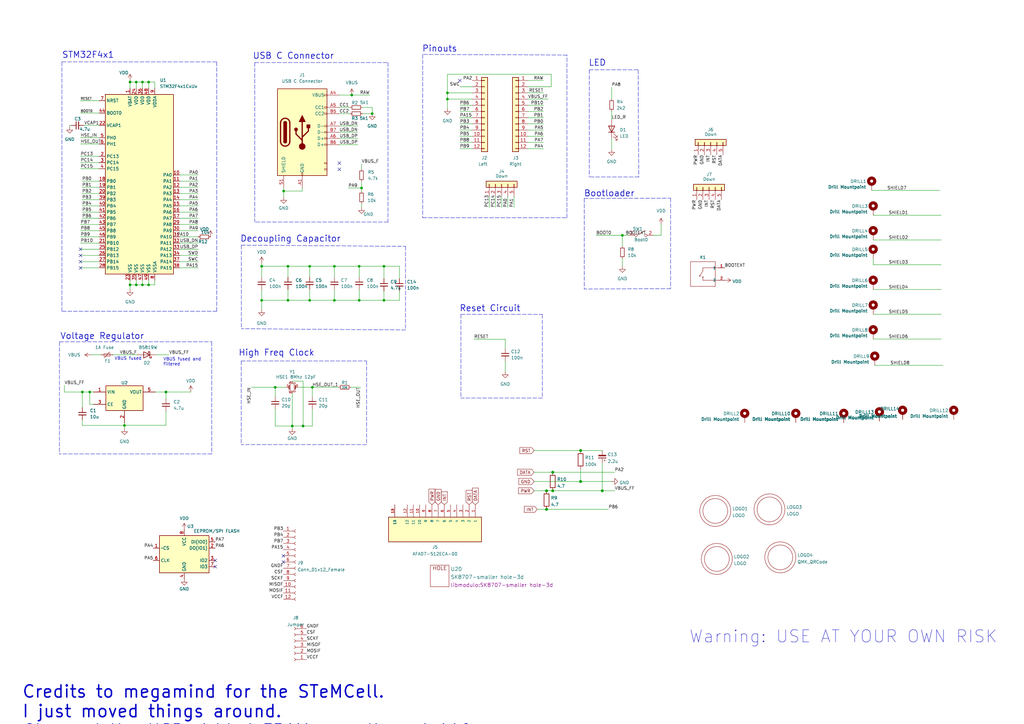
<source format=kicad_sch>
(kicad_sch (version 20211123) (generator eeschema)
  (paper "A3")
  (title_block (title "STeMCell") (date "2022-02-12") (rev "1.0.0"))
  (junction (at 226.695 201.295) (diameter 1.016))
  (junction (at 157.48 123.19))
  (junction (at 68.072 160.782))
  (junction (at 127 123.19))
  (junction (at 157.48 109.22))
  (junction (at 119.8626 174.7266))
  (junction (at 53.34 116.84))
  (junction (at 255.27 96.52))
  (junction (at 148.2852 77.1144))
  (junction (at 116.332 78.359))
  (junction (at 124.3076 174.7266))
  (junction (at 238.125 197.485) (diameter 1.016))
  (junction (at 137.16 123.19))
  (junction (at 118.11 109.22))
  (junction (at 137.16 109.22))
  (junction (at 144.272 38.989))
  (junction (at 55.88 33.655))
  (junction (at 118.11 123.19))
  (junction (at 51.054 174.498))
  (junction (at 183.515 40.64))
  (junction (at 60.96 33.655))
  (junction (at 60.96 116.84))
  (junction (at 152.654 46.609))
  (junction (at 58.42 33.655))
  (junction (at 107.315 123.19))
  (junction (at 238.125 184.785) (diameter 1.016))
  (junction (at 183.515 38.1))
  (junction (at 226.695 193.675) (diameter 1.016))
  (junction (at 128.1176 158.8516))
  (junction (at 147.32 123.19))
  (junction (at 58.42 116.84))
  (junction (at 53.34 33.655))
  (junction (at 55.88 116.84))
  (junction (at 147.32 109.22))
  (junction (at 36.83 160.782))
  (junction (at 224.155 201.295) (diameter 1.016))
  (junction (at 112.8776 158.8516))
  (junction (at 33.782 160.782))
  (junction (at 224.155 208.915) (diameter 1.016))
  (junction (at 107.315 109.22))
  (junction (at 247.015 201.295) (diameter 1.016))
  (junction (at 127 109.22))
  (no_connect (at 33.02 107.315))
  (no_connect (at 139.192 66.929))
  (no_connect (at 139.192 69.469))
  (no_connect (at 88.265 229.87))
  (no_connect (at 88.265 232.41))
  (no_connect (at 188.595 33.02))
  (no_connect (at 33.02 109.855))
  (no_connect (at 33.02 104.775))
  (no_connect (at 33.02 102.235))
  (no_connect (at 116.205 227.965))
  (no_connect (at 116.205 230.505))
  (wire (pts (xy 226.06 30.48) (xy 183.515 30.48)))
  (polyline (pts (xy 150.3426 182.3466) (xy 98.9076 182.3466)))
  (wire (pts (xy 250.8504 45.593) (xy 250.8504 49.149)))
  (wire (pts (xy 247.015 201.295) (xy 252.095 201.295)))
  (wire (pts (xy 46.4312 145.542) (xy 56.388 145.542)))
  (wire (pts (xy 137.16 118.745) (xy 137.16 123.19)))
  (polyline (pts (xy 88.9 25.4) (xy 88.9 127.635)))
  (wire (pts (xy 183.515 40.64) (xy 193.675 40.64)))
  (wire (pts (xy 216.535 40.64) (xy 224.79 40.64)))
  (wire (pts (xy 118.11 109.22) (xy 127 109.22)))
  (wire (pts (xy 116.332 77.089) (xy 116.332 78.359)))
  (wire (pts (xy 73.66 104.775) (xy 81.28 104.775)))
  (wire (pts (xy 33.655 79.375) (xy 40.64 79.375)))
  (wire (pts (xy 33.782 160.782) (xy 36.83 160.782)))
  (wire (pts (xy 68.072 160.782) (xy 68.072 163.576)))
  (wire (pts (xy 157.48 119.38) (xy 157.48 123.19)))
  (wire (pts (xy 33.02 92.075) (xy 40.64 92.075)))
  (polyline (pts (xy 88.9 127.635) (xy 25.4 127.635)))
  (wire (pts (xy 73.66 71.755) (xy 81.28 71.755)))
  (wire (pts (xy 219.075 197.485) (xy 238.125 197.485)))
  (wire (pts (xy 216.535 35.56) (xy 226.06 35.56)))
  (wire (pts (xy 147.32 118.745) (xy 147.32 123.19)))
  (wire (pts (xy 73.66 102.235) (xy 81.28 102.235)))
  (wire (pts (xy 137.16 123.19) (xy 127 123.19)))
  (wire (pts (xy 216.535 45.72) (xy 222.885 45.72)))
  (wire (pts (xy 33.02 41.275) (xy 40.64 41.275)))
  (polyline (pts (xy 189.0522 128.9558) (xy 189.0522 163.2458)))
  (wire (pts (xy 255.27 106.045) (xy 255.27 109.22)))
  (wire (pts (xy 143.9164 158.8516) (xy 147.9804 158.8516)))
  (wire (pts (xy 224.155 201.295) (xy 226.695 201.295)))
  (wire (pts (xy 122.4026 158.8516) (xy 128.1176 158.8516)))
  (wire (pts (xy 143.5862 44.069) (xy 139.192 44.069)))
  (wire (pts (xy 358.14 98.425) (xy 386.08 98.425)))
  (polyline (pts (xy 261.7216 28.6512) (xy 261.9756 72.5932)))
  (polyline (pts (xy 166.3192 101.0412) (xy 166.3192 135.3312)))
  (wire (pts (xy 58.42 33.655) (xy 58.42 36.195)))
  (wire (pts (xy 183.515 38.1) (xy 183.515 40.64)))
  (wire (pts (xy 60.96 114.935) (xy 60.96 116.84)))
  (wire (pts (xy 358.14 118.745) (xy 386.08 118.745)))
  (wire (pts (xy 247.015 189.865) (xy 247.015 201.295)))
  (wire (pts (xy 238.125 192.405) (xy 238.125 197.485)))
  (wire (pts (xy 33.655 89.535) (xy 40.64 89.535)))
  (polyline (pts (xy 104.521 25.654) (xy 159.131 25.654)))
  (wire (pts (xy 216.535 43.18) (xy 222.885 43.18)))
  (wire (pts (xy 148.2852 67.1576) (xy 148.2852 69.342)))
  (wire (pts (xy 112.8776 167.7416) (xy 112.8776 174.7266)))
  (wire (pts (xy 73.66 94.615) (xy 81.28 94.615)))
  (polyline (pts (xy 239.6236 81.3816) (xy 239.6236 118.5418)))
  (wire (pts (xy 139.192 38.989) (xy 144.272 38.989)))
  (wire (pts (xy 152.654 44.069) (xy 152.654 46.609)))
  (wire (pts (xy 124.3076 156.3116) (xy 124.3076 174.7266)))
  (wire (pts (xy 73.66 109.855) (xy 81.28 109.855)))
  (wire (pts (xy 73.66 84.455) (xy 81.28 84.455)))
  (wire (pts (xy 33.02 99.695) (xy 40.64 99.695)))
  (wire (pts (xy 183.515 38.1) (xy 193.675 38.1)))
  (wire (pts (xy 112.8776 158.8516) (xy 117.3226 158.8516)))
  (wire (pts (xy 183.515 40.64) (xy 183.515 44.45)))
  (wire (pts (xy 358.14 106.045) (xy 358.14 108.585)))
  (polyline (pts (xy 24.384 140.208) (xy 24.384 186.182)))
  (wire (pts (xy 55.88 33.655) (xy 58.42 33.655)))
  (wire (pts (xy 33.655 86.995) (xy 40.64 86.995)))
  (wire (pts (xy 63.5 116.84) (xy 60.96 116.84)))
  (wire (pts (xy 33.02 66.675) (xy 40.64 66.675)))
  (wire (pts (xy 68.072 168.656) (xy 68.072 174.4472)))
  (wire (pts (xy 148.6662 44.069) (xy 152.654 44.069)))
  (wire (pts (xy 107.315 118.745) (xy 107.315 123.19)))
  (wire (pts (xy 216.535 60.96) (xy 222.885 60.96)))
  (wire (pts (xy 73.66 107.315) (xy 81.28 107.315)))
  (wire (pts (xy 205.74 80.645) (xy 205.74 85.09)))
  (wire (pts (xy 123.952 77.089) (xy 123.952 78.359)))
  (wire (pts (xy 53.34 114.935) (xy 53.34 116.84)))
  (wire (pts (xy 53.34 33.655) (xy 55.88 33.655)))
  (wire (pts (xy 51.308 174.4472) (xy 51.054 174.498)))
  (wire (pts (xy 73.66 89.535) (xy 81.28 89.535)))
  (polyline (pts (xy 159.131 91.059) (xy 104.521 91.059)))
  (wire (pts (xy 73.66 74.295) (xy 81.28 74.295)))
  (wire (pts (xy 73.66 92.075) (xy 81.28 92.075)))
  (wire (pts (xy 53.34 33.02) (xy 53.34 33.655)))
  (wire (pts (xy 112.8776 162.6616) (xy 112.8776 158.8516)))
  (wire (pts (xy 60.96 33.655) (xy 63.5 33.655)))
  (wire (pts (xy 63.5 36.195) (xy 63.5 33.655)))
  (wire (pts (xy 357.505 78.105) (xy 385.445 78.105)))
  (wire (pts (xy 33.02 102.235) (xy 40.64 102.235)))
  (wire (pts (xy 107.315 123.19) (xy 107.315 127)))
  (wire (pts (xy 127 109.22) (xy 137.16 109.22)))
  (wire (pts (xy 216.535 48.26) (xy 222.885 48.26)))
  (wire (pts (xy 220.345 208.915) (xy 224.155 208.915)))
  (polyline (pts (xy 25.4 25.4) (xy 88.9 25.4)))
  (wire (pts (xy 112.8776 174.7266) (xy 119.8626 174.7266)))
  (wire (pts (xy 124.3076 174.7266) (xy 128.1176 174.7266)))
  (wire (pts (xy 148.2852 74.422) (xy 148.2852 77.1144)))
  (wire (pts (xy 26.416 157.988) (xy 26.416 160.782)))
  (polyline (pts (xy 222.4532 128.9558) (xy 222.4532 163.2458)))
  (wire (pts (xy 137.16 113.665) (xy 137.16 109.22)))
  (wire (pts (xy 203.2 80.645) (xy 203.2 85.09)))
  (wire (pts (xy 148.6662 46.609) (xy 152.654 46.609)))
  (wire (pts (xy 224.155 208.915) (xy 249.555 208.915)))
  (wire (pts (xy 267.97 96.52) (xy 271.145 96.52)))
  (wire (pts (xy 139.192 51.689) (xy 146.7612 51.689)))
  (wire (pts (xy 53.34 33.655) (xy 53.34 36.195)))
  (wire (pts (xy 139.192 56.769) (xy 146.7612 56.769)))
  (wire (pts (xy 142.8496 77.1144) (xy 148.2852 77.1144)))
  (wire (pts (xy 33.02 107.315) (xy 40.64 107.315)))
  (wire (pts (xy 238.125 197.485) (xy 250.825 197.485)))
  (wire (pts (xy 36.83 160.782) (xy 38.354 160.782)))
  (wire (pts (xy 358.775 149.86) (xy 386.715 149.86)))
  (wire (pts (xy 208.28 80.645) (xy 208.28 85.09)))
  (wire (pts (xy 188.595 45.72) (xy 193.675 45.72)))
  (polyline (pts (xy 173.355 22.3266) (xy 173.355 89.3318)))
  (wire (pts (xy 244.475 96.52) (xy 255.27 96.52)))
  (polyline (pts (xy 239.6236 81.3816) (xy 275.0312 81.2546)))
  (wire (pts (xy 207.2132 139.1158) (xy 207.2132 142.9258)))
  (wire (pts (xy 358.14 128.905) (xy 386.08 128.905)))
  (wire (pts (xy 183.515 30.48) (xy 183.515 38.1)))
  (wire (pts (xy 36.83 165.862) (xy 36.83 160.782)))
  (wire (pts (xy 216.535 53.34) (xy 222.885 53.34)))
  (wire (pts (xy 147.32 123.19) (xy 137.16 123.19)))
  (wire (pts (xy 40.64 69.215) (xy 33.02 69.215)))
  (wire (pts (xy 28.575 52.07) (xy 28.575 51.435)))
  (wire (pts (xy 188.595 43.18) (xy 193.675 43.18)))
  (wire (pts (xy 163.83 109.22) (xy 157.48 109.22)))
  (wire (pts (xy 139.192 59.309) (xy 146.7612 59.309)))
  (wire (pts (xy 63.754 160.782) (xy 68.072 160.782)))
  (wire (pts (xy 163.83 123.19) (xy 157.48 123.19)))
  (wire (pts (xy 216.535 33.02) (xy 222.885 33.02)))
  (wire (pts (xy 41.3512 145.542) (xy 37.338 145.542)))
  (wire (pts (xy 255.27 96.52) (xy 255.27 100.965)))
  (wire (pts (xy 33.655 84.455) (xy 40.64 84.455)))
  (wire (pts (xy 128.1176 158.8516) (xy 128.1176 162.6616)))
  (polyline (pts (xy 99.0092 100.5332) (xy 99.0092 134.8232)))
  (wire (pts (xy 33.02 109.855) (xy 40.64 109.855)))
  (wire (pts (xy 128.1176 158.8516) (xy 138.8364 158.8516)))
  (wire (pts (xy 118.11 123.19) (xy 127 123.19)))
  (wire (pts (xy 188.595 50.8) (xy 193.675 50.8)))
  (wire (pts (xy 216.535 38.1) (xy 222.885 38.1)))
  (wire (pts (xy 219.075 201.295) (xy 224.155 201.295)))
  (wire (pts (xy 119.8626 174.7266) (xy 124.3076 174.7266)))
  (wire (pts (xy 73.66 86.995) (xy 81.28 86.995)))
  (wire (pts (xy 216.535 58.42) (xy 222.885 58.42)))
  (wire (pts (xy 34.29 51.435) (xy 40.64 51.435)))
  (wire (pts (xy 119.8626 156.3116) (xy 124.3076 156.3116)))
  (wire (pts (xy 148.2852 85.09) (xy 148.2852 83.5152)))
  (wire (pts (xy 216.535 55.88) (xy 222.885 55.88)))
  (polyline (pts (xy 232.537 89.3318) (xy 232.537 22.5806)))
  (wire (pts (xy 58.42 33.655) (xy 60.96 33.655)))
  (wire (pts (xy 119.8626 175.7426) (xy 119.8626 174.7266)))
  (polyline (pts (xy 261.9756 72.5932) (xy 241.6556 72.5932)))
  (wire (pts (xy 188.595 48.26) (xy 193.675 48.26)))
  (polyline (pts (xy 99.0092 100.5332) (xy 166.3192 101.0412)))
  (wire (pts (xy 107.315 109.22) (xy 107.315 113.665)))
  (wire (pts (xy 188.595 55.88) (xy 193.675 55.88)))
  (wire (pts (xy 127 113.665) (xy 127 109.22)))
  (wire (pts (xy 68.072 160.782) (xy 78.232 160.782)))
  (wire (pts (xy 33.02 97.155) (xy 40.64 97.155)))
  (wire (pts (xy 40.64 59.055) (xy 33.02 59.055)))
  (polyline (pts (xy 241.6556 28.6512) (xy 261.7216 28.6512)))
  (polyline (pts (xy 241.6556 28.6512) (xy 241.6556 72.5932)))
  (wire (pts (xy 255.27 96.52) (xy 257.81 96.52)))
  (wire (pts (xy 64.008 145.542) (xy 69.342 145.542)))
  (polyline (pts (xy 86.868 140.208) (xy 86.868 186.182)))
  (wire (pts (xy 63.5 114.935) (xy 63.5 116.84)))
  (wire (pts (xy 68.072 174.4472) (xy 51.308 174.4472)))
  (wire (pts (xy 33.655 74.295) (xy 40.64 74.295)))
  (wire (pts (xy 358.14 88.265) (xy 386.08 88.265)))
  (wire (pts (xy 40.64 56.515) (xy 33.02 56.515)))
  (wire (pts (xy 58.42 114.935) (xy 58.42 116.84)))
  (wire (pts (xy 55.88 116.84) (xy 53.34 116.84)))
  (wire (pts (xy 60.96 116.84) (xy 58.42 116.84)))
  (wire (pts (xy 60.96 33.655) (xy 60.96 36.195)))
  (wire (pts (xy 73.66 81.915) (xy 81.28 81.915)))
  (wire (pts (xy 271.145 92.075) (xy 271.145 96.52)))
  (wire (pts (xy 127 118.745) (xy 127 123.19)))
  (wire (pts (xy 207.2132 148.0058) (xy 207.2132 152.4508)))
  (wire (pts (xy 144.272 38.989) (xy 151.638 38.989)))
  (polyline (pts (xy 150.3426 148.0566) (xy 150.3426 182.3466)))
  (wire (pts (xy 73.66 99.695) (xy 81.28 99.695)))
  (wire (pts (xy 216.535 50.8) (xy 222.885 50.8)))
  (polyline (pts (xy 98.9076 148.0566) (xy 98.9076 182.3466)))
  (wire (pts (xy 226.695 193.675) (xy 252.095 193.675)))
  (wire (pts (xy 143.5862 46.609) (xy 139.192 46.609)))
  (polyline (pts (xy 166.3192 135.3312) (xy 99.0092 134.8232)))
  (wire (pts (xy 157.48 109.22) (xy 147.32 109.22)))
  (wire (pts (xy 226.695 201.295) (xy 247.015 201.295)))
  (wire (pts (xy 118.11 109.22) (xy 107.315 109.22)))
  (polyline (pts (xy 189.0522 128.9558) (xy 222.4532 128.9558)))
  (wire (pts (xy 33.02 104.775) (xy 40.64 104.775)))
  (polyline (pts (xy 159.131 25.654) (xy 159.131 91.059)))
  (polyline (pts (xy 275.0312 81.2546) (xy 275.0312 118.4148)))
  (wire (pts (xy 118.11 113.665) (xy 118.11 109.22)))
  (wire (pts (xy 188.595 35.56) (xy 193.675 35.56)))
  (polyline (pts (xy 86.868 186.182) (xy 24.384 186.182)))
  (wire (pts (xy 38.354 165.862) (xy 36.83 165.862)))
  (wire (pts (xy 188.595 60.96) (xy 193.675 60.96)))
  (wire (pts (xy 188.595 53.34) (xy 193.675 53.34)))
  (polyline (pts (xy 232.537 22.5806) (xy 173.355 22.3266)))
  (polyline (pts (xy 98.9076 148.0566) (xy 150.3426 148.0566)))
  (wire (pts (xy 148.2852 77.1144) (xy 148.2852 78.4352)))
  (wire (pts (xy 210.82 80.645) (xy 210.82 85.09)))
  (wire (pts (xy 200.66 80.645) (xy 200.66 85.09)))
  (wire (pts (xy 250.8504 56.769) (xy 250.8504 61.214)))
  (wire (pts (xy 358.14 139.065) (xy 386.08 139.065)))
  (wire (pts (xy 147.32 109.22) (xy 147.32 113.665)))
  (wire (pts (xy 33.655 81.915) (xy 40.64 81.915)))
  (polyline (pts (xy 104.521 25.654) (xy 104.521 91.059)))
  (wire (pts (xy 219.075 193.675) (xy 226.695 193.675)))
  (wire (pts (xy 55.88 114.935) (xy 55.88 116.84)))
  (wire (pts (xy 107.315 107.95) (xy 107.315 109.22)))
  (wire (pts (xy 238.125 184.785) (xy 247.015 184.785)))
  (wire (pts (xy 33.782 160.782) (xy 33.782 167.132)))
  (wire (pts (xy 26.416 160.782) (xy 33.782 160.782)))
  (wire (pts (xy 33.782 172.212) (xy 33.782 174.498)))
  (wire (pts (xy 116.332 78.359) (xy 116.332 80.899)))
  (wire (pts (xy 73.66 79.375) (xy 81.28 79.375)))
  (wire (pts (xy 118.11 123.19) (xy 107.315 123.19)))
  (wire (pts (xy 116.332 78.359) (xy 123.952 78.359)))
  (wire (pts (xy 28.575 51.435) (xy 29.21 51.435)))
  (wire (pts (xy 226.06 35.56) (xy 226.06 30.48)))
  (polyline (pts (xy 24.384 140.208) (xy 86.868 140.208)))
  (wire (pts (xy 194.4116 139.1158) (xy 207.2132 139.1158)))
  (polyline (pts (xy 222.4532 163.2458) (xy 189.0522 163.2458)))
  (wire (pts (xy 250.8504 35.687) (xy 250.8504 40.513)))
  (wire (pts (xy 219.075 184.785) (xy 238.125 184.785)))
  (wire (pts (xy 58.42 116.84) (xy 55.88 116.84)))
  (wire (pts (xy 163.83 119.38) (xy 163.83 123.19)))
  (wire (pts (xy 55.88 36.195) (xy 55.88 33.655)))
  (wire (pts (xy 51.054 173.482) (xy 51.054 174.498)))
  (wire (pts (xy 128.1176 167.7416) (xy 128.1176 174.7266)))
  (wire (pts (xy 118.11 118.745) (xy 118.11 123.19)))
  (wire (pts (xy 73.66 76.835) (xy 81.28 76.835)))
  (wire (pts (xy 33.782 174.498) (xy 51.054 174.498)))
  (wire (pts (xy 53.34 116.84) (xy 53.34 118.745)))
  (wire (pts (xy 81.28 97.155) (xy 73.66 97.155)))
  (polyline (pts (xy 275.0312 118.4148) (xy 239.6236 118.5418)))
  (wire (pts (xy 139.192 54.229) (xy 146.7612 54.229)))
  (wire (pts (xy 188.595 58.42) (xy 193.675 58.42)))
  (wire (pts (xy 103.1494 158.8516) (xy 112.8776 158.8516)))
  (wire (pts (xy 157.48 114.3) (xy 157.48 109.22)))
  (wire (pts (xy 33.02 46.355) (xy 40.64 46.355)))
  (wire (pts (xy 33.02 94.615) (xy 40.64 94.615)))
  (wire (pts (xy 358.14 108.585) (xy 386.08 108.585)))
  (wire (pts (xy 137.16 109.22) (xy 147.32 109.22)))
  (polyline (pts (xy 173.355 89.3318) (xy 232.537 89.3318)))
  (polyline (pts (xy 25.4 25.4) (xy 25.4 127.635)))
  (wire (pts (xy 157.48 123.19) (xy 147.32 123.19)))
  (wire (pts (xy 51.054 174.498) (xy 51.054 175.768)))
  (wire (pts (xy 163.83 114.3) (xy 163.83 109.22)))
  (wire (pts (xy 119.8626 161.3916) (xy 119.8626 174.7266)))
  (wire (pts (xy 33.655 76.835) (xy 40.64 76.835)))
  (wire (pts (xy 33.02 64.135) (xy 40.64 64.135)))
  (text "Decoupling Capacitor\n" (at 98.5012 99.5172 0) (effects (font (size 2.54 2.54) (thickness 0.254) bold) (justify left bottom)))
  (text "STM32F4x1" (at 25.4 24.13 0) (effects (font (size 2.54 2.54) (thickness 0.254) bold) (justify left bottom)))
  (text "Reset Circuit" (at 188.4172 128.0668 0) (effects (font (size 2.54 2.54) (thickness 0.254) bold) (justify left bottom)))
  (text "VBUS fused" (at 46.9392 147.8788 0) (effects (font (size 1.27 1.27)) (justify left bottom)))
  (text "Credits to megamind for the STeMCell.\nI just moved things around.\nChanged the USB. Added FRAM, a pullup at A10,\nchanged the crystal to 25mhz,  FFC connectors, \ntrackpoint reset circuit, TS24CA side reset,\nand silks." (at 8.89 327.025 0) (effects (font (size 5 5) (thickness 0.6) bold) (justify left bottom)))
  (text "Voltage Regulator\n" (at 24.638 139.446 0) (effects (font (size 2.54 2.54) (thickness 0.254) bold) (justify left bottom)))
  (text "LED\n\n" (at 241.4016 31.4452 0) (effects (font (size 2.54 2.54) (thickness 0.254) bold) (justify left bottom)))
  (text "Warning: USE AT YOUR OWN RISK" (at 282.575 264.16 0) (effects (font (size 5 5)) (justify left bottom)))
  (text "High Freq Clock\n" (at 97.7646 146.2786 0) (effects (font (size 2.54 2.54) (thickness 0.254) bold) (justify left bottom)))
  (text "Bootloader" (at 239.4712 80.9244 0) (effects (font (size 2.54 2.54) (thickness 0.254) bold) (justify left bottom)))
  (text "USB C Connector" (at 103.632 24.511 0) (effects (font (size 2.54 2.54) (thickness 0.254) bold) (justify left bottom)))
  (text "VBUS fused and\nfiltered" (at 66.9544 150.2156 0) (effects (font (size 1.27 1.27)) (justify left bottom)))
  (text "Pinouts\n" (at 173.101 21.5646 0) (effects (font (size 2.54 2.54) (thickness 0.254) bold) (justify left bottom)))
  (label "PB7" (at 188.595 45.72 0))
  (label "HSE_IN" (at 33.02 56.515 0))
  (label "PB1" (at 222.885 48.26 180))
  (label "GND" (at 288.29 81.915 270))
  (label "LED_R" (at 250.8504 49.1236 0))
  (label "PWR" (at 285.75 81.915 270))
  (label "PB2" (at 222.885 45.72 180))
  (label "PA4" (at 81.28 81.915 180))
  (label "RST" (at 293.37 81.915 270))
  (label "PA5" (at 81.28 84.455 180))
  (label "USB_DN" (at 81.28 99.695 180))
  (label "PB10" (at 33.02 99.695 0))
  (label "PA0" (at 208.28 85.09 90))
  (label "PA9" (at 142.8496 77.1144 0))
  (label "PC14" (at 33.02 66.675 0))
  (label "MISOF" (at 125.73 265.43 0))
  (label "DATA" (at 295.91 81.915 270))
  (label "PC13" (at 200.66 85.09 90))
  (label "SCKF" (at 125.73 262.89 0))
  (label "PC14" (at 203.2 85.09 90))
  (label "PB0" (at 222.885 50.8 180))
  (label "HSE_OUT" (at 33.02 59.055 0))
  (label "VBUS_FF" (at 252.095 201.295 0))
  (label "PA0" (at 81.28 71.755 180))
  (label "PA8" (at 250.8504 35.687 0))
  (label "HSE_OUT" (at 147.9804 158.8516 270))
  (label "PA3" (at 81.28 79.375 180))
  (label "BOOTEXT" (at 297.18 109.855 0))
  (label "VBUS_FF" (at 69.342 145.542 0))
  (label "GNDF" (at 125.73 257.81 0))
  (label "USB_DP" (at 81.28 102.235 180))
  (label "USB_DP" (at 146.7612 56.769 180))
  (label "PB1" (at 33.655 76.835 0))
  (label "PB3" (at 188.595 50.8 0))
  (label "PA15" (at 188.595 48.26 0))
  (label "VCCF" (at 125.73 270.51 0))
  (label "GNDF" (at 116.205 233.045 180))
  (label "CSF" (at 116.205 235.585 180))
  (label "PA2" (at 252.095 193.675 0))
  (label "BOOTEXT" (at 256.54 96.52 0))
  (label "RAW" (at 151.638 38.989 180))
  (label "PB8" (at 188.595 58.42 0))
  (label "INT" (at 291.465 63.5 270))
  (label "RESET" (at 33.02 41.275 0) (effects (font (size 1 1))))
  (label "PA15" (at 116.205 225.425 180))
  (label "VCAP1" (at 40.64 51.435 180))
  (label "SWD" (at 81.28 104.775 180))
  (label "SHIELD6" (at 364.49 139.065 0))
  (label "PA6" (at 88.265 224.79 0))
  (label "RST" (at 294.005 63.5 270))
  (label "VCCF" (at 116.205 245.745 180))
  (label "MISOF" (at 116.205 240.665 180))
  (label "PB4" (at 33.655 84.455 0))
  (label "MOSIF" (at 125.73 267.97 0))
  (label "PB6" (at 33.655 89.535 0))
  (label "BOOT0" (at 244.475 96.52 0))
  (label "PA2" (at 193.675 33.02 180))
  (label "SHIELD8" (at 365.125 149.86 0))
  (label "CSF" (at 125.73 260.35 0))
  (label "PB8" (at 33.02 94.615 0))
  (label "PB5" (at 33.655 86.995 0))
  (label "PWR" (at 286.385 63.5 270))
  (label "PA9" (at 81.28 94.615 180))
  (label "INT" (at 290.83 81.915 270))
  (label "RESET" (at 222.885 38.1 180))
  (label "VBUS_F" (at 148.2852 67.1576 0))
  (label "PC15" (at 205.74 85.09 90))
  (label "PA5" (at 62.865 229.87 180))
  (label "PB7" (at 116.205 222.885 180))
  (label "SHIELD5" (at 364.49 128.905 0))
  (label "PA2" (at 81.28 76.835 180))
  (label "PA1" (at 210.82 85.09 90))
  (label "PB4" (at 188.595 53.34 0))
  (label "PA8" (at 81.28 92.075 180))
  (label "SHIELD2" (at 364.49 98.425 0))
  (label "PA10" (at 77.47 97.155 180))
  (label "VBUS_FF" (at 26.416 157.988 0))
  (label "SHIELD4" (at 364.49 118.745 0))
  (label "HSE_OUT_1" (at 128.1176 158.8516 0))
  (label "PB3" (at 33.655 81.915 0))
  (label "BOOT0" (at 33.02 46.355 0) (effects (font (size 1 1))))
  (label "PB4" (at 116.205 220.345 180))
  (label "PA6" (at 222.885 55.88 180))
  (label "PC13" (at 33.02 64.135 0))
  (label "PB7" (at 33.02 92.075 0))
  (label "PB2" (at 33.655 79.375 0))
  (label "PB10" (at 222.885 43.18 180))
  (label "PB6" (at 249.555 208.915 0))
  (label "PB3" (at 116.205 217.805 180))
  (label "USB_DN" (at 146.7612 54.229 180))
  (label "MOSIF" (at 116.205 243.205 180))
  (label "RAW" (at 222.885 33.02 180))
  (label "PB6" (at 188.595 43.18 0))
  (label "VBUS_F" (at 49.0728 145.542 0))
  (label "CC2" (at 139.192 46.609 0))
  (label "PA4" (at 222.885 60.96 180))
  (label "CC1" (at 139.192 44.069 0))
  (label "PA6" (at 81.28 86.995 180))
  (label "HSE_IN" (at 103.1494 158.8516 270))
  (label "SHIELD1" (at 364.49 88.265 0))
  (label "PB9" (at 188.595 60.96 0))
  (label "USB_DP" (at 146.7612 59.309 180))
  (label "PA7" (at 81.28 89.535 180))
  (label "PA4" (at 62.865 224.79 180))
  (label "USB_DN" (at 146.7612 51.689 180))
  (label "PA7" (at 88.265 222.25 0))
  (label "PC15" (at 33.02 69.215 0))
  (label "SWC" (at 188.595 35.56 180))
  (label "VBUS_FF" (at 224.79 40.64 180))
  (label "GND" (at 288.925 63.5 270))
  (label "PA7" (at 222.885 58.42 180))
  (label "SHIELD7" (at 363.855 78.105 0))
  (label "SCKF" (at 116.205 238.125 180))
  (label "PB5" (at 188.595 55.88 0))
  (label "PA1" (at 81.28 74.295 180))
  (label "PB9" (at 33.02 97.155 0))
  (label "SWC" (at 81.28 107.315 180))
  (label "DATA" (at 296.545 63.5 270))
  (label "PB0" (at 33.655 74.295 0))
  (label "RESET" (at 194.4116 139.1158 0))
  (label "PA5" (at 222.885 53.34 180))
  (label "SHIELD3" (at 364.49 108.585 0))
  (label "PA15" (at 81.28 109.855 180))
  (global_label "RST" (shape input) (at 192.405 207.01 90) (property "Intersheet References" "${INTERSHEET_REFS}" (effects hide)))
  (global_label "INT" (shape input) (at 220.345 208.915 180) (property "Intersheet References" "${INTERSHEET_REFS}" (effects hide)))
  (global_label "INT" (shape input) (at 182.245 207.01 90) (property "Intersheet References" "${INTERSHEET_REFS}" (effects hide)))
  (global_label "DATA" (shape input) (at 219.075 193.675 180) (property "Intersheet References" "${INTERSHEET_REFS}" (effects hide)))
  (global_label "PWR" (shape input) (at 219.075 201.295 180) (property "Intersheet References" "${INTERSHEET_REFS}" (effects hide)))
  (global_label "PWR" (shape input) (at 177.165 207.01 90) (property "Intersheet References" "${INTERSHEET_REFS}" (effects hide)))
  (global_label "GND" (shape input) (at 179.705 207.01 90) (property "Intersheet References" "${INTERSHEET_REFS}" (effects hide)))
  (global_label "GND" (shape input) (at 219.075 197.485 180) (property "Intersheet References" "${INTERSHEET_REFS}" (effects hide)))
  (global_label "DATA" (shape input) (at 194.945 207.01 90) (property "Intersheet References" "${INTERSHEET_REFS}" (effects hide)))
  (global_label "RST" (shape input) (at 219.075 184.785 180) (property "Intersheet References" "${INTERSHEET_REFS}" (effects hide)))
  (symbol (lib_id "power:GND") (at 116.332 80.899 0) (unit 1)
    (property "Reference" "#PWR0110" (effects hide))
    (property "Value" "GND" (at 116.332 85.344 0))
  )
  (symbol (lib_id "Device:C_Small") (at 68.072 166.116 0) (unit 1)
    (property "Reference" "C2" (at 71.12 164.8522 0) (effects (justify left)))
    (property "Value" "4.7u" (at 71.12 167.3922 0) (effects (justify left)))
    (property "Footprint" "Capacitor_SMD:C_0402_1005Metric" (effects hide))
    (property "LCSC" "C23733" (effects hide))
  )
  (symbol (lib_id "Device:C_Small") (at 128.1176 165.2016 0) (unit 1)
    (property "Reference" "C11" (at 130.6576 163.9316 0) (effects (justify left)))
    (property "Value" "20p" (at 130.6576 166.4716 0) (effects (justify left)))
    (property "Footprint" "Capacitor_SMD:C_0402_1005Metric" (effects hide))
    (property "LCSC" "C1554" (effects hide))
  )
  (symbol (lib_id "Device:R_Small") (at 255.27 103.505 0) (unit 1)
    (property "Reference" "R8" (at 257.4036 102.2349 0) (effects (justify left)))
    (property "Value" "10k" (at 257.4036 104.7749 0) (effects (justify left)))
    (property "Footprint" "Resistor_SMD:R_0402_1005Metric" (effects hide))
    (property "LCSC" "C25744" (effects hide))
  )
  (symbol (lib_id "power:GND") (at 207.2132 152.4508 0) (unit 1)
    (property "Reference" "#PWR0117" (effects hide))
    (property "Value" "GND" (at 207.2132 157.5308 0))
  )
  (symbol (lib_id "Device:C_Small") (at 163.83 116.84 0) (unit 1)
    (property "Reference" "C14" (at 166.878 115.5762 0) (effects (justify left)))
    (property "Value" "100n" (at 166.878 118.1162 0) (effects (justify left)))
    (property "Footprint" "Capacitor_SMD:C_0402_1005Metric" (effects hide))
    (property "LCSC" "C1525" (effects hide))
  )
  (symbol (lib_id "power:GND") (at 119.8626 175.7426 0) (unit 1)
    (property "Reference" "#PWR0104" (effects hide))
    (property "Value" "GND" (at 119.8626 179.8066 0))
  )
  (symbol (lib_id "power:GND") (at 250.8504 61.214 0) (unit 1)
    (property "Reference" "#PWR0113" (effects hide))
    (property "Value" "GND" (at 250.8504 66.294 0))
  )
  (symbol (lib_id "Mechanical:MountingHole_Pad") (at 358.14 136.525 0) (mirror y) (unit 1)
    (property "Reference" "DRILL8" (at 355.981 135.3566 0) (effects (justify left)))
    (property "Value" "Drill Mountpoint" (at 355.981 137.668 0) (effects (font bold) (justify left)))
    (property "Footprint" "DjinnFootprints:MountingHole_3.2mm_M3_Pad_Via" (effects hide))
  )
  (symbol (lib_id "power:VDD") (at 107.315 107.95 0) (unit 1)
    (property "Reference" "#PWR0108" (effects hide))
    (property "Value" "VDD" (at 107.315 103.378 0))
  )
  (symbol (lib_id "Mechanical:MountingHole_Pad") (at 360.68 170.18 0) (mirror y) (unit 1)
    (property "Reference" "DRILL13" (at 358.521 169.0116 0) (effects (justify left)))
    (property "Value" "Drill Mountpoint" (at 358.521 171.323 0) (effects (font bold) (justify left)))
    (property "Footprint" "DjinnFootprints:MountingHole_3.2mm_M3_Pad_Via" (effects hide))
  )
  (symbol (lib_id "Device:C_Small") (at 207.2132 145.4658 0) (unit 1)
    (property "Reference" "C12" (at 209.55 144.202 0) (effects (justify left)))
    (property "Value" "100n" (at 209.55 146.742 0) (effects (justify left)))
    (property "Footprint" "Capacitor_SMD:C_0402_1005Metric" (effects hide))
    (property "LCSC" "C1525" (effects hide))
  )
  (symbol (lib_id "Device:R") (at 238.125 188.595 0) (unit 1)
    (property "Reference" "R11" (at 239.9031 187.6865 0) (effects (justify left)))
    (property "Value" "100k" (at 239.9031 190.4616 0) (effects (justify left)))
    (property "Footprint" "Resistor_SMD:R_0805_2012Metric_Pad1.20x1.40mm_HandSolder" (effects hide))
    (property "LCSC" "C478884" (effects hide))
  )
  (symbol (lib_id "power:VDD") (at 75.565 217.17 0) (unit 1)
    (property "Reference" "#PWR0121" (effects hide))
    (property "Value" "VDD" (at 75.565 212.598 0))
  )
  (symbol (lib_id "Connector_Generic:Conn_01x05") (at 290.83 76.835 90) (unit 1)
    (property "Reference" "J7" (at 290.8554 71.5772 90))
    (property "Value" "Down" (at 290.8554 73.4822 90))
    (property "Footprint" "stemcell:Pins5" (effects hide))
  )
  (symbol (lib_id "Mechanical:MountingHole_Pad") (at 305.435 170.815 0) (mirror y) (unit 1)
    (property "Reference" "DRILL2" (at 303.276 169.6466 0) (effects (justify left)))
    (property "Value" "Drill Mountpoint" (at 303.276 171.958 0) (effects (font bold) (justify left)))
    (property "Footprint" "MountingHole:MountingHole_2.2mm_M2_Pad_Via" (effects hide))
  )
  (symbol (lib_id "Device:Crystal_GND24_Small") (at 119.8626 158.8516 0) (unit 1)
    (property "Reference" "Y1" (at 119.9642 152.4762 0))
    (property "Value" "HSE1 8Mhz 12pF" (at 121.3866 154.6098 0))
    (property "Footprint" "Crystal:Crystal_SMD_3225-4Pin_3.2x2.5mm" (effects hide))
    (property "LCSC" "C2682775" (effects hide))
  )
  (symbol (lib_id "Connector_Generic:Conn_01x12") (at 198.755 45.72 0) (unit 1)
    (property "Reference" "J2" (at 197.485 64.77 0) (effects (justify left)))
    (property "Value" "Left" (at 196.215 67.31 0) (effects (justify left)))
    (property "Footprint" "stemcell:Pins12" (effects hide))
  )
  (symbol (lib_id "Mechanical:MountingHole_Pad") (at 370.205 169.545 0) (mirror y) (unit 1)
    (property "Reference" "DRILL14" (at 368.935 167.64 0) (effects (justify left)))
    (property "Value" "Drill Mountpoint" (at 368.046 170.688 0) (effects (font bold) (justify left)))
    (property "Footprint" "DjinnFootprints:MountingHole_3.2mm_M3_Pad_Via" (effects hide))
  )
  (symbol (lib_id "Device:C_Small") (at 127 116.205 0) (unit 1)
    (property "Reference" "C5" (at 129.3368 114.9412 0) (effects (justify left)))
    (property "Value" "100n" (at 129.3368 117.4812 0) (effects (justify left)))
    (property "Footprint" "Capacitor_SMD:C_0402_1005Metric" (effects hide))
    (property "LCSC" "C1525" (effects hide))
  )
  (symbol (lib_id "power:GND") (at 107.315 127 0) (unit 1)
    (property "Reference" "#PWR0109" (effects hide))
    (property "Value" "GND" (at 107.315 132.588 0))
  )
  (symbol (lib_id "Connector_Generic:Conn_01x05") (at 205.74 75.565 90) (unit 1)
    (property "Reference" "J4" (at 205.7654 70.3072 90))
    (property "Value" "Down" (at 205.7654 72.2122 90))
    (property "Footprint" "stemcell:Pins5" (effects hide))
  )
  (symbol (lib_id "Device:C_Small") (at 147.32 116.205 0) (unit 1)
    (property "Reference" "C8" (at 150.368 114.9412 0) (effects (justify left)))
    (property "Value" "100n" (at 150.368 117.4812 0) (effects (justify left)))
    (property "Footprint" "Capacitor_SMD:C_0402_1005Metric" (effects hide))
    (property "LCSC" "C1525" (effects hide))
  )
  (symbol (lib_id "Device:Polyfuse_Small") (at 43.8912 145.542 90) (unit 1)
    (property "Reference" "F1" (at 44.1452 148.082 90))
    (property "Value" "1A Fuse" (at 42.8752 142.494 90))
    (property "Footprint" "Fuse:Fuse_0805_2012Metric" (effects hide))
    (property "LCSC" "C135329" (effects hide))
  )
  (symbol (lib_id "Device:R_Small") (at 141.3764 158.8516 90) (unit 1)
    (property "Reference" "R1" (at 141.3764 156.9466 90))
    (property "Value" "220" (at 141.3764 158.9786 90) (effects (font (size 0.75 0.75))))
    (property "Footprint" "Resistor_SMD:R_0402_1005Metric" (effects hide))
    (property "LCSC" "C25091" (effects hide))
  )
  (symbol (lib_id "Device:C_Small") (at 118.11 116.205 0) (unit 1)
    (property "Reference" "C6" (at 121.158 114.9412 0) (effects (justify left)))
    (property "Value" "100n" (at 121.158 117.4812 0) (effects (justify left)))
    (property "Footprint" "Capacitor_SMD:C_0402_1005Metric" (effects hide))
    (property "LCSC" "C1525" (effects hide))
  )
  (symbol (lib_id "Mechanical:MountingHole_Pad") (at 358.14 103.505 0) (mirror y) (unit 1)
    (property "Reference" "DRILL5" (at 355.981 102.3366 0) (effects (justify left)))
    (property "Value" "Drill Mountpoint" (at 355.981 104.648 0) (effects (font bold) (justify left)))
    (property "Footprint" "DjinnFootprints:MountingHole_3.2mm_M3_Pad_Via" (effects hide))
  )
  (symbol (lib_id "Device:R_Small") (at 146.1262 46.609 90) (unit 1)
    (property "Reference" "R3" (at 145.4912 48.514 90))
    (property "Value" "5k1" (at 149.3012 48.514 90))
    (property "Footprint" "Resistor_SMD:R_0402_1005Metric" (effects hide))
    (property "LCSC" "C25905" (effects hide))
  )
  (symbol (lib_id "power:VDD") (at 297.18 114.935 270) (unit 1)
    (property "Reference" "#PWR0115" (effects hide))
    (property "Value" "VDD" (at 300.355 115.414 90) (effects (justify left)))
  )
  (symbol (lib_id "Device:C_Small") (at 112.8776 165.2016 0) (unit 1)
    (property "Reference" "C10" (at 115.4176 163.9316 0) (effects (justify left)))
    (property "Value" "20p" (at 115.4176 166.4716 0) (effects (justify left)))
    (property "Footprint" "Capacitor_SMD:C_0402_1005Metric" (effects hide))
    (property "LCSC" "C1554" (effects hide))
  )
  (symbol (lib_id "Mechanical:MountingHole_Pad") (at 326.39 170.815 0) (mirror y) (unit 1)
    (property "Reference" "DRILL10" (at 324.231 169.6466 0) (effects (justify left)))
    (property "Value" "Drill Mountpoint" (at 324.231 171.958 0) (effects (font bold) (justify left)))
    (property "Footprint" "MountingHole:MountingHole_2.2mm_M2_Pad_Via" (effects hide))
  )
  (symbol (lib_id "power:GND") (at 152.654 46.609 0) (unit 1)
    (property "Reference" "#PWR0111" (effects hide))
    (property "Value" "GND" (at 152.654 51.689 0))
  )
  (symbol (lib_id "power:VDD") (at 53.34 33.02 0) (unit 1)
    (property "Reference" "#PWR0102" (effects hide))
    (property "Value" "VDD" (at 50.8 29.845 0))
  )
  (symbol (lib_id "Device:C_Small") (at 33.782 169.672 0) (unit 1)
    (property "Reference" "C1" (at 36.83 168.4082 0) (effects (justify left)))
    (property "Value" "10u" (at 36.83 170.9482 0) (effects (justify left)))
    (property "Footprint" "Capacitor_SMD:C_0402_1005Metric" (effects hide))
    (property "LCSC" "C15525" (effects hide))
  )
  (symbol (lib_id "Device:C_Small") (at 137.16 116.205 0) (unit 1)
    (property "Reference" "C7" (at 139.7508 114.9412 0) (effects (justify left)))
    (property "Value" "100n" (at 139.7508 117.4812 0) (effects (justify left)))
    (property "Footprint" "Capacitor_SMD:C_0402_1005Metric" (effects hide))
    (property "LCSC" "C1525" (effects hide))
  )
  (symbol (lib_id "Device:C_Polarized_Small") (at 247.015 187.325 180) (unit 1)
    (property "Reference" "C13" (at 249.1741 186.4165 0) (effects (justify right)))
    (property "Value" "2.2u" (at 249.1741 189.1916 0) (effects (justify right)))
    (property "Footprint" "Capacitor_SMD:C_0805_2012Metric_Pad1.18x1.45mm_HandSolder" (effects hide))
    (property "LCSC" "C49217" (effects hide))
  )
  (symbol (lib_id "power:VDD") (at 86.36 97.155 0) (unit 1)
    (property "Reference" "#PWR0119" (effects hide))
    (property "Value" "VDD" (at 83.82 93.98 0))
  )
  (symbol (lib_id "Device:C_Small") (at 157.48 116.84 0) (unit 1)
    (property "Reference" "C9" (at 160.0708 115.5762 0) (effects (justify left)))
    (property "Value" "4.7u" (at 160.0708 118.1162 0) (effects (justify left)))
    (property "Footprint" "Capacitor_SMD:C_0402_1005Metric" (effects hide))
    (property "LCSC" "C23733" (effects hide))
  )
  (symbol (lib_id "horizon-components:Logo") (at 320.04 228.6 0) (unit 1)
    (property "Reference" "LOGO4" (at 327.025 227.6915 0) (effects (justify left)))
    (property "Value" "QMK_QRCode" (at 327.025 230.4666 0) (effects (justify left)))
    (property "Footprint" "DjinnFootprints:QMK_QRCode" (effects hide))
  )
  (symbol (lib_id "MCU_ST_STM32F4:STM32F411CCUx") (at 58.42 74.295 0) (unit 1)
    (property "Reference" "U1" (at 65.5194 32.893 0) (effects (justify left)))
    (property "Value" "STM32F4x1CxUx" (at 65.5194 35.433 0) (effects (justify left)))
    (property "Footprint" "Package_DFN_QFN:QFN-48-1EP_7x7mm_P0.5mm_EP5.6x5.6mm" (effects hide))
    (property "Datasheet" "http://www.st.com/st-web-ui/static/active/en/resource/technical/document/datasheet/DM00115249.pdf" (effects hide))
    (property "LCSC" "C60420" (effects hide))
  )
  (symbol (lib_id "Mechanical:MountingHole_Pad") (at 358.14 95.885 0) (mirror y) (unit 1)
    (property "Reference" "DRILL4" (at 355.981 94.7166 0) (effects (justify left)))
    (property "Value" "Drill Mountpoint" (at 355.981 97.028 0) (effects (font bold) (justify left)))
    (property "Footprint" "DjinnFootprints:MountingHole_3.2mm_M3_Pad_Via" (effects hide))
  )
  (symbol (lib_id "Mechanical:MountingHole_Pad") (at 346.075 170.815 0) (mirror y) (unit 1)
    (property "Reference" "DRILL11" (at 343.916 169.6466 0) (effects (justify left)))
    (property "Value" "Drill Mountpoint" (at 343.916 171.958 0) (effects (font bold) (justify left)))
    (property "Footprint" "DjinnFootprints:MountingHole_3.2mm_M3_Pad_Via" (effects hide))
  )
  (symbol (lib_id "Device:R_Small") (at 148.2852 80.9752 0) (unit 1)
    (property "Reference" "R6" (at 150.6728 79.7051 0) (effects (justify left)))
    (property "Value" "10k" (at 150.6728 82.2451 0) (effects (justify left)))
    (property "Footprint" "Resistor_SMD:R_0402_1005Metric" (effects hide))
    (property "LCSC" "C25744" (effects hide))
  )
  (symbol (lib_id "power:VBUS") (at 37.338 145.542 90) (unit 1)
    (property "Reference" "#PWR0107" (effects hide))
    (property "Value" "VBUS" (at 33.02 145.5419 90) (effects (justify left)))
  )
  (symbol (lib_id "Device:C_Small") (at 107.315 116.205 0) (unit 1)
    (property "Reference" "C4" (at 110.363 114.9412 0) (effects (justify left)))
    (property "Value" "100n" (at 110.363 117.4812 0) (effects (justify left)))
    (property "Footprint" "Capacitor_SMD:C_0402_1005Metric" (effects hide))
    (property "LCSC" "C1525" (effects hide))
  )
  (symbol (lib_id "power:GND") (at 75.565 237.49 0) (unit 1)
    (property "Reference" "#PWR0122" (effects hide))
    (property "Value" "GND" (at 75.565 241.554 0))
  )
  (symbol (lib_id "Mechanical:MountingHole_Pad") (at 358.775 147.32 0) (mirror y) (unit 1)
    (property "Reference" "DRILL9" (at 356.616 146.1516 0) (effects (justify left)))
    (property "Value" "Drill Mountpoint" (at 356.616 148.463 0) (effects (font bold) (justify left)))
    (property "Footprint" "DjinnFootprints:MountingHole_3.2mm_M3_Pad_Via" (effects hide))
  )
  (symbol (lib_id "Regulator_Linear:XC6220B331MR") (at 51.054 163.322 0) (unit 1)
    (property "Reference" "U2" (at 51.054 157.0505 0))
    (property "Value" "Hole" (effects hide))
    (property "Footprint" "Package_TO_SOT_SMD:SOT-23-5" (effects hide))
    (property "Datasheet" "https://www.torexsemi.com/file/xc6220/XC6220.pdf" (effects hide))
    (property "LCSC" "C86534" (effects hide))
  )
  (symbol (lib_id "power:GND") (at 148.2852 85.09 0) (unit 1)
    (property "Reference" "#PWR02" (effects hide))
    (property "Value" "GND" (at 151.0792 87.884 0))
  )
  (symbol (lib_id "power:GND") (at 53.34 118.745 0) (unit 1)
    (property "Reference" "#PWR0103" (effects hide))
    (property "Value" "GND" (at 53.34 123.825 0))
  )
  (symbol (lib_id "Mechanical:MountingHole_Pad") (at 358.14 126.365 0) (mirror y) (unit 1)
    (property "Reference" "DRILL7" (at 355.981 125.1966 0) (effects (justify left)))
    (property "Value" "Drill Mountpoint" (at 355.981 127.508 0) (effects (font bold) (justify left)))
    (property "Footprint" "DjinnFootprints:MountingHole_3.2mm_M3_Pad_Via" (effects hide))
  )
  (symbol (lib_id "Diode:1N5819") (at 60.198 145.542 180) (unit 1)
    (property "Reference" "D2" (at 60.198 148.844 0))
    (property "Value" "B5819W" (at 60.706 142.494 0))
    (property "Footprint" "Diode_SMD:D_SOD-123" (effects hide))
    (property "Datasheet" "http://www.vishay.com/docs/88525/1n5817.pdf" (effects hide))
    (property "LCSC" "C8598" (effects hide))
  )
  (symbol (lib_id "Device:R") (at 224.155 205.105 0) (unit 1)
    (property "Reference" "R9" (at 225.9331 204.1965 0) (effects (justify left)))
    (property "Value" "4.7" (at 225.9331 206.9716 0) (effects (justify left)))
    (property "Footprint" "Resistor_SMD:R_0805_2012Metric_Pad1.20x1.40mm_HandSolder" (effects hide))
  )
  (symbol (lib_id "power:GND") (at 250.825 197.485 90) (unit 1)
    (property "Reference" "#PWR01" (effects hide))
    (property "Value" "GND" (at 254.0001 197.964 90) (effects (justify right)))
  )
  (symbol (lib_id "Connector:Conn_01x12_Female") (at 121.285 230.505 0) (unit 1)
    (property "Reference" "J9" (at 121.9962 230.8665 0) (effects (justify left)))
    (property "Value" "Conn_01x12_Female" (at 121.9962 233.6416 0) (effects (justify left)))
    (property "Footprint" "prettylib:FPC-SMD_FPC05012-09200-.5mm-rev" (effects hide))
    (property "LCSC" "C479750" (effects hide))
  )
  (symbol (lib_id "power:VDD") (at 78.232 160.782 0) (unit 1)
    (property "Reference" "#PWR0106" (effects hide))
    (property "Value" "VDD" (at 78.232 156.21 0))
  )
  (symbol (lib_id "Mechanical:MountingHole_Pad") (at 357.505 75.565 0) (mirror y) (unit 1)
    (property "Reference" "DRILL1" (at 355.346 74.3966 0) (effects (justify left)))
    (property "Value" "Drill Mountpoint" (at 355.346 76.708 0) (effects (font bold) (justify left)))
    (property "Footprint" "DjinnFootprints:MountingHole_3.2mm_M3_Pad_Via" (effects hide))
  )
  (symbol (lib_id "Connector_Generic:Conn_01x12") (at 211.455 45.72 0) (mirror y) (unit 1)
    (property "Reference" "J3" (at 212.725 64.77 0) (effects (justify left)))
    (property "Value" "Right" (at 213.995 67.31 0) (effects (justify left)))
    (property "Footprint" "stemcell:Pins12" (effects hide))
  )
  (symbol (lib_id "Buzzard:Hole") (at 180.34 236.855 0) (unit 1) (in_bom no)
    (property "Reference" "U20" (at 184.785 233.3945 0) (effects (font (size 1.524 1.524)) (justify left)))
    (property "Value" "SK8707-smaller hole-3d" (at 184.785 236.6735 0) (effects (font (size 1.524 1.524)) (justify left)))
    (property "Footprint" "libmodulo:SK8707-smaller hole-3d" (at 184.785 239.9525 0) (effects (font (size 1.524 1.524)) (justify left)))
  )
  (symbol (lib_id "reversible-kicad-symbols:HRO-TYPE-C-31-M-12-HandSoldering-NoSBU_S1") (at 123.952 54.229 0) (unit 1)
    (property "Reference" "J1" (at 123.952 30.734 0))
    (property "Value" "USB C Connector" (at 123.952 33.274 0))
    (property "Footprint" "reversible-kicad-footprints:HRO-TYPE-C-31-M-12-HandSoldering-NoSBU" (effects hide))
    (property "Datasheet" "https://www.usb.org/sites/default/files/documents/usb_type-c.zip" (effects hide))
    (property "LCSC" "C165948" (effects hide))
  )
  (symbol (lib_id "power:VBUS") (at 144.272 38.989 0) (unit 1)
    (property "Reference" "#PWR0112" (effects hide))
    (property "Value" "VBUS" (at 144.272 33.909 0))
  )
  (symbol (lib_id "Mechanical:MountingHole_Pad") (at 358.14 85.725 0) (mirror y) (unit 1)
    (property "Reference" "DRILL3" (at 355.981 84.5566 0) (effects (justify left)))
    (property "Value" "Drill Mountpoint" (at 355.981 86.868 0) (effects (font bold) (justify left)))
    (property "Footprint" "DjinnFootprints:MountingHole_3.2mm_M3_Pad_Via" (effects hide))
  )
  (symbol (lib_id "Device:R_Small") (at 250.8504 43.053 0) (unit 1)
    (property "Reference" "R4" (at 252.8824 41.7829 0) (effects (justify left)))
    (property "Value" "2k2" (at 252.8824 44.3229 0) (effects (justify left)))
    (property "Footprint" "Resistor_SMD:R_0402_1005Metric" (effects hide))
    (property "LCSC" "C25879" (effects hide))
  )
  (symbol (lib_id "Connector_Generic:Conn_01x05") (at 291.465 58.42 90) (unit 1)
    (property "Reference" "J6" (at 291.4904 53.1622 90))
    (property "Value" "Down" (at 291.4904 55.0672 90))
    (property "Footprint" "stemcell:Pins5" (effects hide))
  )
  (symbol (lib_id "power:VDD") (at 271.145 92.075 0) (unit 1)
    (property "Reference" "#PWR0120" (effects hide))
    (property "Value" "VDD" (at 271.145 86.4362 0))
  )
  (symbol (lib_id "power:GND") (at 255.27 109.22 0) (unit 1)
    (property "Reference" "#PWR0116" (effects hide))
    (property "Value" "GND" (at 255.27 114.3 0))
  )
  (symbol (lib_id "Mechanical:MountingHole_Pad") (at 391.16 169.545 0) (mirror y) (unit 1)
    (property "Reference" "DRILL12" (at 389.001 168.3766 0) (effects (justify left)))
    (property "Value" "Drill Mountpoint" (at 389.001 170.688 0) (effects (font bold) (justify left)))
    (property "Footprint" "DjinnFootprints:MountingHole_3.2mm_M3_Pad_Via" (effects hide))
  )
  (symbol (lib_id "horizon-components:Logo") (at 293.37 209.55 0) (unit 1) (in_bom no)
    (property "Reference" "LOGO1" (at 300.355 208.6415 0) (effects (justify left)))
    (property "Value" "LOGO" (at 300.355 211.4166 0) (effects (justify left)))
    (property "Footprint" "LOGO" (effects hide))
  )
  (symbol (lib_id "Device:R_Small") (at 146.1262 44.069 90) (unit 1)
    (property "Reference" "R2" (at 145.4912 42.164 90))
    (property "Value" "5k1" (at 149.4282 42.037 90))
    (property "Footprint" "Resistor_SMD:R_0402_1005Metric" (effects hide))
    (property "LCSC" "C25905" (effects hide))
  )
  (symbol (lib_id "random-keyboard-parts:AFA07-S12ECA-00-12_pin_1mm_top_FFC") (at 179.705 217.17 270) (unit 1)
    (property "Reference" "J5" (at 178.435 224.3995 90))
    (property "Value" "AFA07-S12ECA-00" (at 178.435 227.1746 90))
    (property "Footprint" "kicad-keyboard-parts:FPC-SMD_AFA07-S12ECA-00" (effects hide))
    (property "PARTREV" "A" (effects hide))
    (property "STANDARD" "Manufacturer Recommendations" (effects hide))
    (property "MANUFACTURER" "GCT" (effects hide))
    (property "MAXIMUM_PACKAGE_HEIGHT" "2.5mm" (effects hide))
    (property "LCSC" "C262739" (effects hide))
  )
  (symbol (lib_id "power:GND") (at 183.515 44.45 0) (unit 1)
    (property "Reference" "#PWR0118" (effects hide))
    (property "Value" "GND" (at 183.515 49.53 0))
  )
  (symbol (lib_id "Device:R") (at 226.695 197.485 0) (unit 1)
    (property "Reference" "R10" (at 228.4731 196.5765 0) (effects (justify left)))
    (property "Value" "4.7" (at 228.4731 199.3516 0) (effects (justify left)))
    (property "Footprint" "Resistor_SMD:R_0805_2012Metric_Pad1.20x1.40mm_HandSolder" (effects hide))
    (property " LCSC" "C17673" (effects hide))
  )
  (symbol (lib_id "horizon-components:Logo") (at 315.595 208.915 0) (unit 1) (in_bom no)
    (property "Reference" "LOGO3" (at 322.58 208.0065 0) (effects (justify left)))
    (property "Value" "LOGO" (at 322.58 210.7816 0) (effects (justify left)))
    (property "Footprint" "DjinnFootprints:QMK_PoweredBy" (effects hide))
  )
  (symbol (lib_id "Device:LED") (at 250.8504 52.959 90) (unit 1)
    (property "Reference" "D1" (at 254.1524 53.2764 90) (effects (justify right)))
    (property "Value" "LED" (at 254.1524 55.8164 90) (effects (justify right)))
    (property "Footprint" "LED_SMD:LED_0402_1005Metric" (effects hide))
    (property "LCSC" "C130724" (effects hide))
  )
  (symbol (lib_id "Device:R_Small") (at 83.82 97.155 90) (unit 1)
    (property "Reference" "R12" (at 85.1916 99.0854 90) (effects (justify left)))
    (property "Value" "10k" (at 86.0044 95.2754 90) (effects (justify left)))
    (property "Footprint" "Resistor_SMD:R_0402_1005Metric" (effects hide))
    (property "LCSC" "C25744" (effects hide))
  )
  (symbol (lib_id "Bonsai_C4:W25Q128JVSIQ") (at 75.565 227.33 0) (unit 1)
    (property "Reference" "U3" (at 78.105 215.9 0))
    (property "Value" "EEPROM/SPI FLASH" (at 88.9 217.805 0))
    (property "Footprint" "Bonsai_C4:SOP-8_3.9x4.9mm_P1.27mm" (effects hide))
    (property "LCSC" "C8741" (effects hide))
  )
  (symbol (lib_id "Bonsai_C4:SMD-SWITCH-TACTILE-SPST-NO_2P-2.5MMx3.0MM_") (at 288.29 112.395 0) (unit 1)
    (property "Reference" "K1" (at 288.29 105.537 0) (effects (font (size 1.143 1.143))))
    (property "Value" "SMD-SWITCH-TACTILE-SPST-NO_4P-3.0MMx2.6MM_" (effects hide))
    (property "Footprint" "prettylib:SMD_Tacticle_Switch_TS24CA" (effects hide))
    (property "MPN" "B3U-1000P" (effects hide))
    (property "LCSC" "C393942" (effects hide))
    (property "Mfg" "Omron" (effects hide))
  )
  (symbol (lib_id "power:GND") (at 51.054 175.768 0) (unit 1)
    (property "Reference" "#PWR0105" (effects hide))
    (property "Value" "GND" (at 51.054 181.102 0))
  )
  (symbol (lib_id "Device:R_Small") (at 148.2852 71.882 0) (unit 1)
    (property "Reference" "R5" (at 150.8252 70.6119 0) (effects (justify left)))
    (property "Value" "4.7k" (at 150.8252 73.1519 0) (effects (justify left)))
    (property "Footprint" "Resistor_SMD:R_0402_1005Metric" (effects hide))
    (property "LCSC" "C25900" (effects hide))
  )
  (symbol (lib_id "Switch:SW_SPST") (at 262.89 96.52 0) (unit 1)
    (property "Reference" "SW1" (at 261.5692 93.8276 0))
    (property "Value" "Boot0" (at 262.9408 98.298 0))
    (property "Footprint" "Button_Switch_SMD:SW_SPST_CK_KXT3" (effects hide))
    (property "LCSC" "C319433" (effects hide))
  )
  (symbol (lib_id "Mechanical:MountingHole_Pad") (at 358.14 116.205 0) (mirror y) (unit 1)
    (property "Reference" "DRILL6" (at 355.981 115.0366 0) (effects (justify left)))
    (property "Value" "Drill Mountpoint" (at 355.981 117.348 0) (effects (font bold) (justify left)))
    (property "Footprint" "MountingHole:MountingHole_3.2mm_M3_Pad_Via" (effects hide))
  )
  (symbol (lib_id "Connector:Conn_01x06_Female") (at 120.65 265.43 180) (unit 1)
    (property "Reference" "J8" (at 121.285 253.3863 0))
    (property "Value" "Jumper" (at 121.285 256.1614 0))
    (property "Footprint" "acheron_Connectors:PinHeader_1x6_P2.54mm_Vertical" (effects hide))
  )
  (symbol (lib_id "power:GND") (at 28.575 52.07 0) (unit 1)
    (property "Reference" "#PWR0101" (effects hide))
    (property "Value" "GND" (at 28.575 57.15 0))
  )
  (symbol (lib_id "Device:C_Small") (at 31.75 51.435 90) (unit 1)
    (property "Reference" "C3" (at 31.8262 48.7426 90))
    (property "Value" "4.7u" (at 34.798 52.959 90))
    (property "Footprint" "Capacitor_SMD:C_0402_1005Metric" (effects hide))
    (property "LCSC" "C23733" (effects hide))
  )
  (symbol (lib_id "horizon-components:Logo") (at 294.005 229.235 0) (unit 1) (in_bom no)
    (property "Reference" "LOGO2" (at 300.99 228.3265 0) (effects (justify left)))
    (property "Value" "LOGO" (at 300.99 231.1016 0) (effects (justify left)))
    (property "Footprint" "LOGO" (effects hide))
  )
)
</source>
